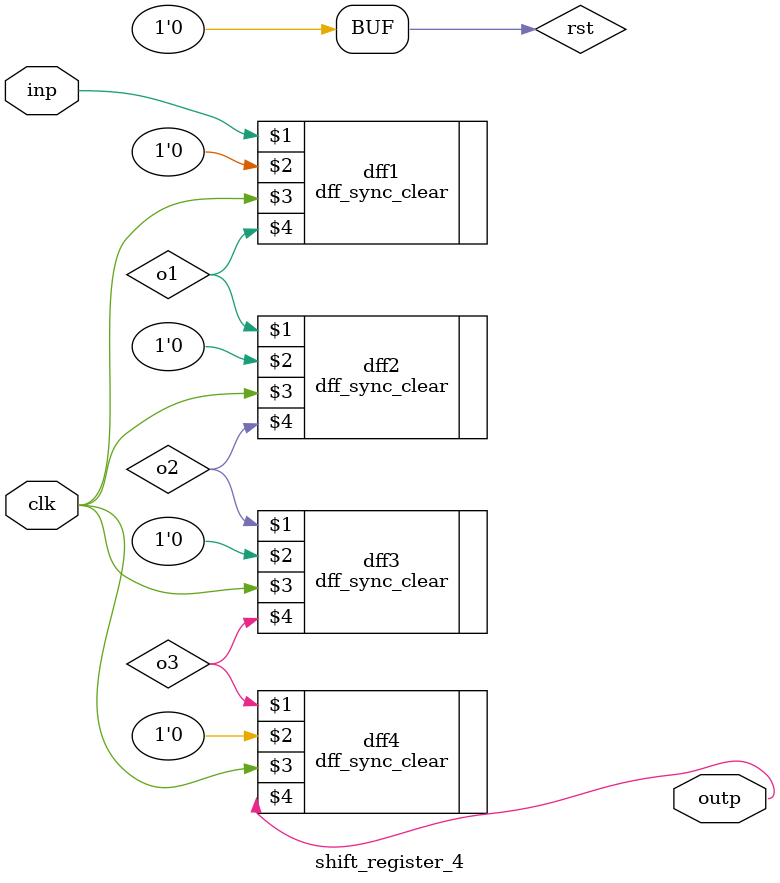
<source format=v>
module shift_register_4(inp, clk, outp);
    input inp;
    output outp;
    input clk;
    reg rst;
    wire o1, o2, o3;
    initial
       rst<=0;
    dff_sync_clear dff1(inp,rst,clk, o1);
    dff_sync_clear dff2(o1,rst,clk, o2);
    dff_sync_clear dff3(o2,rst,clk, o3);
    dff_sync_clear dff4(o3,rst,clk, outp);
    

endmodule
</source>
